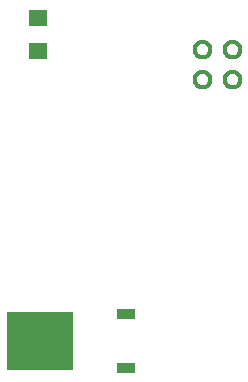
<source format=gtp>
G75*
%MOIN*%
%OFA0B0*%
%FSLAX25Y25*%
%IPPOS*%
%LPD*%
%AMOC8*
5,1,8,0,0,1.08239X$1,22.5*
%
%ADD10C,0.01200*%
%ADD11R,0.06469X0.05669*%
%ADD12R,0.22409X0.19260*%
%ADD13R,0.05899X0.03537*%
D10*
X0159880Y0162500D02*
X0159882Y0162601D01*
X0159888Y0162703D01*
X0159898Y0162804D01*
X0159912Y0162904D01*
X0159929Y0163004D01*
X0159951Y0163103D01*
X0159976Y0163201D01*
X0160006Y0163299D01*
X0160039Y0163395D01*
X0160075Y0163489D01*
X0160116Y0163582D01*
X0160160Y0163674D01*
X0160207Y0163763D01*
X0160259Y0163851D01*
X0160313Y0163937D01*
X0160371Y0164020D01*
X0160432Y0164101D01*
X0160496Y0164180D01*
X0160563Y0164256D01*
X0160633Y0164329D01*
X0160705Y0164400D01*
X0160781Y0164468D01*
X0160859Y0164533D01*
X0160939Y0164594D01*
X0161022Y0164653D01*
X0161107Y0164708D01*
X0161195Y0164760D01*
X0161284Y0164809D01*
X0161375Y0164853D01*
X0161467Y0164895D01*
X0161562Y0164932D01*
X0161657Y0164966D01*
X0161754Y0164997D01*
X0161852Y0165023D01*
X0161951Y0165046D01*
X0162051Y0165064D01*
X0162151Y0165079D01*
X0162252Y0165090D01*
X0162353Y0165097D01*
X0162455Y0165100D01*
X0162556Y0165099D01*
X0162657Y0165094D01*
X0162759Y0165085D01*
X0162859Y0165072D01*
X0162959Y0165055D01*
X0163059Y0165035D01*
X0163157Y0165010D01*
X0163254Y0164982D01*
X0163351Y0164950D01*
X0163446Y0164914D01*
X0163539Y0164875D01*
X0163631Y0164831D01*
X0163721Y0164785D01*
X0163809Y0164735D01*
X0163895Y0164681D01*
X0163979Y0164624D01*
X0164061Y0164564D01*
X0164140Y0164501D01*
X0164217Y0164434D01*
X0164291Y0164365D01*
X0164363Y0164293D01*
X0164431Y0164218D01*
X0164497Y0164141D01*
X0164559Y0164061D01*
X0164619Y0163979D01*
X0164675Y0163894D01*
X0164727Y0163807D01*
X0164777Y0163719D01*
X0164823Y0163628D01*
X0164865Y0163536D01*
X0164903Y0163442D01*
X0164938Y0163347D01*
X0164969Y0163250D01*
X0164997Y0163152D01*
X0165020Y0163054D01*
X0165040Y0162954D01*
X0165056Y0162854D01*
X0165068Y0162753D01*
X0165076Y0162652D01*
X0165080Y0162551D01*
X0165080Y0162449D01*
X0165076Y0162348D01*
X0165068Y0162247D01*
X0165056Y0162146D01*
X0165040Y0162046D01*
X0165020Y0161946D01*
X0164997Y0161848D01*
X0164969Y0161750D01*
X0164938Y0161653D01*
X0164903Y0161558D01*
X0164865Y0161464D01*
X0164823Y0161372D01*
X0164777Y0161281D01*
X0164727Y0161193D01*
X0164675Y0161106D01*
X0164619Y0161021D01*
X0164559Y0160939D01*
X0164497Y0160859D01*
X0164431Y0160782D01*
X0164363Y0160707D01*
X0164291Y0160635D01*
X0164217Y0160566D01*
X0164140Y0160499D01*
X0164061Y0160436D01*
X0163979Y0160376D01*
X0163895Y0160319D01*
X0163809Y0160265D01*
X0163721Y0160215D01*
X0163631Y0160169D01*
X0163539Y0160125D01*
X0163446Y0160086D01*
X0163351Y0160050D01*
X0163254Y0160018D01*
X0163157Y0159990D01*
X0163059Y0159965D01*
X0162959Y0159945D01*
X0162859Y0159928D01*
X0162759Y0159915D01*
X0162657Y0159906D01*
X0162556Y0159901D01*
X0162455Y0159900D01*
X0162353Y0159903D01*
X0162252Y0159910D01*
X0162151Y0159921D01*
X0162051Y0159936D01*
X0161951Y0159954D01*
X0161852Y0159977D01*
X0161754Y0160003D01*
X0161657Y0160034D01*
X0161562Y0160068D01*
X0161467Y0160105D01*
X0161375Y0160147D01*
X0161284Y0160191D01*
X0161195Y0160240D01*
X0161107Y0160292D01*
X0161022Y0160347D01*
X0160939Y0160406D01*
X0160859Y0160467D01*
X0160781Y0160532D01*
X0160705Y0160600D01*
X0160633Y0160671D01*
X0160563Y0160744D01*
X0160496Y0160820D01*
X0160432Y0160899D01*
X0160371Y0160980D01*
X0160313Y0161063D01*
X0160259Y0161149D01*
X0160207Y0161237D01*
X0160160Y0161326D01*
X0160116Y0161418D01*
X0160075Y0161511D01*
X0160039Y0161605D01*
X0160006Y0161701D01*
X0159976Y0161799D01*
X0159951Y0161897D01*
X0159929Y0161996D01*
X0159912Y0162096D01*
X0159898Y0162196D01*
X0159888Y0162297D01*
X0159882Y0162399D01*
X0159880Y0162500D01*
X0169873Y0162500D02*
X0169875Y0162602D01*
X0169881Y0162703D01*
X0169891Y0162805D01*
X0169905Y0162905D01*
X0169922Y0163005D01*
X0169944Y0163105D01*
X0169970Y0163203D01*
X0169999Y0163301D01*
X0170032Y0163397D01*
X0170069Y0163492D01*
X0170110Y0163585D01*
X0170154Y0163677D01*
X0170201Y0163767D01*
X0170253Y0163855D01*
X0170307Y0163940D01*
X0170365Y0164024D01*
X0170426Y0164105D01*
X0170490Y0164184D01*
X0170557Y0164261D01*
X0170628Y0164334D01*
X0170701Y0164405D01*
X0170776Y0164473D01*
X0170855Y0164538D01*
X0170935Y0164600D01*
X0171018Y0164659D01*
X0171104Y0164714D01*
X0171191Y0164766D01*
X0171281Y0164815D01*
X0171372Y0164860D01*
X0171465Y0164901D01*
X0171559Y0164939D01*
X0171655Y0164973D01*
X0171752Y0165003D01*
X0171850Y0165030D01*
X0171950Y0165052D01*
X0172050Y0165071D01*
X0172150Y0165086D01*
X0172251Y0165097D01*
X0172353Y0165104D01*
X0172455Y0165107D01*
X0172556Y0165106D01*
X0172658Y0165101D01*
X0172759Y0165092D01*
X0172860Y0165079D01*
X0172961Y0165062D01*
X0173060Y0165042D01*
X0173159Y0165017D01*
X0173257Y0164989D01*
X0173353Y0164956D01*
X0173448Y0164921D01*
X0173542Y0164881D01*
X0173634Y0164838D01*
X0173724Y0164791D01*
X0173813Y0164741D01*
X0173899Y0164687D01*
X0173983Y0164630D01*
X0174065Y0164570D01*
X0174145Y0164506D01*
X0174222Y0164440D01*
X0174296Y0164370D01*
X0174368Y0164298D01*
X0174437Y0164223D01*
X0174502Y0164145D01*
X0174565Y0164065D01*
X0174624Y0163983D01*
X0174681Y0163898D01*
X0174733Y0163811D01*
X0174783Y0163722D01*
X0174829Y0163631D01*
X0174871Y0163539D01*
X0174910Y0163445D01*
X0174945Y0163349D01*
X0174976Y0163252D01*
X0175004Y0163154D01*
X0175027Y0163055D01*
X0175047Y0162955D01*
X0175063Y0162855D01*
X0175075Y0162754D01*
X0175083Y0162653D01*
X0175087Y0162551D01*
X0175087Y0162449D01*
X0175083Y0162347D01*
X0175075Y0162246D01*
X0175063Y0162145D01*
X0175047Y0162045D01*
X0175027Y0161945D01*
X0175004Y0161846D01*
X0174976Y0161748D01*
X0174945Y0161651D01*
X0174910Y0161555D01*
X0174871Y0161461D01*
X0174829Y0161369D01*
X0174783Y0161278D01*
X0174733Y0161189D01*
X0174681Y0161102D01*
X0174624Y0161017D01*
X0174565Y0160935D01*
X0174502Y0160855D01*
X0174437Y0160777D01*
X0174368Y0160702D01*
X0174296Y0160630D01*
X0174222Y0160560D01*
X0174145Y0160494D01*
X0174065Y0160430D01*
X0173983Y0160370D01*
X0173899Y0160313D01*
X0173813Y0160259D01*
X0173724Y0160209D01*
X0173634Y0160162D01*
X0173542Y0160119D01*
X0173448Y0160079D01*
X0173353Y0160044D01*
X0173257Y0160011D01*
X0173159Y0159983D01*
X0173060Y0159958D01*
X0172961Y0159938D01*
X0172860Y0159921D01*
X0172759Y0159908D01*
X0172658Y0159899D01*
X0172556Y0159894D01*
X0172455Y0159893D01*
X0172353Y0159896D01*
X0172251Y0159903D01*
X0172150Y0159914D01*
X0172050Y0159929D01*
X0171950Y0159948D01*
X0171850Y0159970D01*
X0171752Y0159997D01*
X0171655Y0160027D01*
X0171559Y0160061D01*
X0171465Y0160099D01*
X0171372Y0160140D01*
X0171281Y0160185D01*
X0171191Y0160234D01*
X0171104Y0160286D01*
X0171018Y0160341D01*
X0170935Y0160400D01*
X0170855Y0160462D01*
X0170776Y0160527D01*
X0170701Y0160595D01*
X0170628Y0160666D01*
X0170557Y0160739D01*
X0170490Y0160816D01*
X0170426Y0160895D01*
X0170365Y0160976D01*
X0170307Y0161060D01*
X0170253Y0161145D01*
X0170201Y0161233D01*
X0170154Y0161323D01*
X0170110Y0161415D01*
X0170069Y0161508D01*
X0170032Y0161603D01*
X0169999Y0161699D01*
X0169970Y0161797D01*
X0169944Y0161895D01*
X0169922Y0161995D01*
X0169905Y0162095D01*
X0169891Y0162195D01*
X0169881Y0162297D01*
X0169875Y0162398D01*
X0169873Y0162500D01*
X0169873Y0172500D02*
X0169875Y0172602D01*
X0169881Y0172703D01*
X0169891Y0172805D01*
X0169905Y0172905D01*
X0169922Y0173005D01*
X0169944Y0173105D01*
X0169970Y0173203D01*
X0169999Y0173301D01*
X0170032Y0173397D01*
X0170069Y0173492D01*
X0170110Y0173585D01*
X0170154Y0173677D01*
X0170201Y0173767D01*
X0170253Y0173855D01*
X0170307Y0173940D01*
X0170365Y0174024D01*
X0170426Y0174105D01*
X0170490Y0174184D01*
X0170557Y0174261D01*
X0170628Y0174334D01*
X0170701Y0174405D01*
X0170776Y0174473D01*
X0170855Y0174538D01*
X0170935Y0174600D01*
X0171018Y0174659D01*
X0171104Y0174714D01*
X0171191Y0174766D01*
X0171281Y0174815D01*
X0171372Y0174860D01*
X0171465Y0174901D01*
X0171559Y0174939D01*
X0171655Y0174973D01*
X0171752Y0175003D01*
X0171850Y0175030D01*
X0171950Y0175052D01*
X0172050Y0175071D01*
X0172150Y0175086D01*
X0172251Y0175097D01*
X0172353Y0175104D01*
X0172455Y0175107D01*
X0172556Y0175106D01*
X0172658Y0175101D01*
X0172759Y0175092D01*
X0172860Y0175079D01*
X0172961Y0175062D01*
X0173060Y0175042D01*
X0173159Y0175017D01*
X0173257Y0174989D01*
X0173353Y0174956D01*
X0173448Y0174921D01*
X0173542Y0174881D01*
X0173634Y0174838D01*
X0173724Y0174791D01*
X0173813Y0174741D01*
X0173899Y0174687D01*
X0173983Y0174630D01*
X0174065Y0174570D01*
X0174145Y0174506D01*
X0174222Y0174440D01*
X0174296Y0174370D01*
X0174368Y0174298D01*
X0174437Y0174223D01*
X0174502Y0174145D01*
X0174565Y0174065D01*
X0174624Y0173983D01*
X0174681Y0173898D01*
X0174733Y0173811D01*
X0174783Y0173722D01*
X0174829Y0173631D01*
X0174871Y0173539D01*
X0174910Y0173445D01*
X0174945Y0173349D01*
X0174976Y0173252D01*
X0175004Y0173154D01*
X0175027Y0173055D01*
X0175047Y0172955D01*
X0175063Y0172855D01*
X0175075Y0172754D01*
X0175083Y0172653D01*
X0175087Y0172551D01*
X0175087Y0172449D01*
X0175083Y0172347D01*
X0175075Y0172246D01*
X0175063Y0172145D01*
X0175047Y0172045D01*
X0175027Y0171945D01*
X0175004Y0171846D01*
X0174976Y0171748D01*
X0174945Y0171651D01*
X0174910Y0171555D01*
X0174871Y0171461D01*
X0174829Y0171369D01*
X0174783Y0171278D01*
X0174733Y0171189D01*
X0174681Y0171102D01*
X0174624Y0171017D01*
X0174565Y0170935D01*
X0174502Y0170855D01*
X0174437Y0170777D01*
X0174368Y0170702D01*
X0174296Y0170630D01*
X0174222Y0170560D01*
X0174145Y0170494D01*
X0174065Y0170430D01*
X0173983Y0170370D01*
X0173899Y0170313D01*
X0173813Y0170259D01*
X0173724Y0170209D01*
X0173634Y0170162D01*
X0173542Y0170119D01*
X0173448Y0170079D01*
X0173353Y0170044D01*
X0173257Y0170011D01*
X0173159Y0169983D01*
X0173060Y0169958D01*
X0172961Y0169938D01*
X0172860Y0169921D01*
X0172759Y0169908D01*
X0172658Y0169899D01*
X0172556Y0169894D01*
X0172455Y0169893D01*
X0172353Y0169896D01*
X0172251Y0169903D01*
X0172150Y0169914D01*
X0172050Y0169929D01*
X0171950Y0169948D01*
X0171850Y0169970D01*
X0171752Y0169997D01*
X0171655Y0170027D01*
X0171559Y0170061D01*
X0171465Y0170099D01*
X0171372Y0170140D01*
X0171281Y0170185D01*
X0171191Y0170234D01*
X0171104Y0170286D01*
X0171018Y0170341D01*
X0170935Y0170400D01*
X0170855Y0170462D01*
X0170776Y0170527D01*
X0170701Y0170595D01*
X0170628Y0170666D01*
X0170557Y0170739D01*
X0170490Y0170816D01*
X0170426Y0170895D01*
X0170365Y0170976D01*
X0170307Y0171060D01*
X0170253Y0171145D01*
X0170201Y0171233D01*
X0170154Y0171323D01*
X0170110Y0171415D01*
X0170069Y0171508D01*
X0170032Y0171603D01*
X0169999Y0171699D01*
X0169970Y0171797D01*
X0169944Y0171895D01*
X0169922Y0171995D01*
X0169905Y0172095D01*
X0169891Y0172195D01*
X0169881Y0172297D01*
X0169875Y0172398D01*
X0169873Y0172500D01*
X0159880Y0172500D02*
X0159882Y0172601D01*
X0159888Y0172703D01*
X0159898Y0172804D01*
X0159912Y0172904D01*
X0159929Y0173004D01*
X0159951Y0173103D01*
X0159976Y0173201D01*
X0160006Y0173299D01*
X0160039Y0173395D01*
X0160075Y0173489D01*
X0160116Y0173582D01*
X0160160Y0173674D01*
X0160207Y0173763D01*
X0160259Y0173851D01*
X0160313Y0173937D01*
X0160371Y0174020D01*
X0160432Y0174101D01*
X0160496Y0174180D01*
X0160563Y0174256D01*
X0160633Y0174329D01*
X0160705Y0174400D01*
X0160781Y0174468D01*
X0160859Y0174533D01*
X0160939Y0174594D01*
X0161022Y0174653D01*
X0161107Y0174708D01*
X0161195Y0174760D01*
X0161284Y0174809D01*
X0161375Y0174853D01*
X0161467Y0174895D01*
X0161562Y0174932D01*
X0161657Y0174966D01*
X0161754Y0174997D01*
X0161852Y0175023D01*
X0161951Y0175046D01*
X0162051Y0175064D01*
X0162151Y0175079D01*
X0162252Y0175090D01*
X0162353Y0175097D01*
X0162455Y0175100D01*
X0162556Y0175099D01*
X0162657Y0175094D01*
X0162759Y0175085D01*
X0162859Y0175072D01*
X0162959Y0175055D01*
X0163059Y0175035D01*
X0163157Y0175010D01*
X0163254Y0174982D01*
X0163351Y0174950D01*
X0163446Y0174914D01*
X0163539Y0174875D01*
X0163631Y0174831D01*
X0163721Y0174785D01*
X0163809Y0174735D01*
X0163895Y0174681D01*
X0163979Y0174624D01*
X0164061Y0174564D01*
X0164140Y0174501D01*
X0164217Y0174434D01*
X0164291Y0174365D01*
X0164363Y0174293D01*
X0164431Y0174218D01*
X0164497Y0174141D01*
X0164559Y0174061D01*
X0164619Y0173979D01*
X0164675Y0173894D01*
X0164727Y0173807D01*
X0164777Y0173719D01*
X0164823Y0173628D01*
X0164865Y0173536D01*
X0164903Y0173442D01*
X0164938Y0173347D01*
X0164969Y0173250D01*
X0164997Y0173152D01*
X0165020Y0173054D01*
X0165040Y0172954D01*
X0165056Y0172854D01*
X0165068Y0172753D01*
X0165076Y0172652D01*
X0165080Y0172551D01*
X0165080Y0172449D01*
X0165076Y0172348D01*
X0165068Y0172247D01*
X0165056Y0172146D01*
X0165040Y0172046D01*
X0165020Y0171946D01*
X0164997Y0171848D01*
X0164969Y0171750D01*
X0164938Y0171653D01*
X0164903Y0171558D01*
X0164865Y0171464D01*
X0164823Y0171372D01*
X0164777Y0171281D01*
X0164727Y0171193D01*
X0164675Y0171106D01*
X0164619Y0171021D01*
X0164559Y0170939D01*
X0164497Y0170859D01*
X0164431Y0170782D01*
X0164363Y0170707D01*
X0164291Y0170635D01*
X0164217Y0170566D01*
X0164140Y0170499D01*
X0164061Y0170436D01*
X0163979Y0170376D01*
X0163895Y0170319D01*
X0163809Y0170265D01*
X0163721Y0170215D01*
X0163631Y0170169D01*
X0163539Y0170125D01*
X0163446Y0170086D01*
X0163351Y0170050D01*
X0163254Y0170018D01*
X0163157Y0169990D01*
X0163059Y0169965D01*
X0162959Y0169945D01*
X0162859Y0169928D01*
X0162759Y0169915D01*
X0162657Y0169906D01*
X0162556Y0169901D01*
X0162455Y0169900D01*
X0162353Y0169903D01*
X0162252Y0169910D01*
X0162151Y0169921D01*
X0162051Y0169936D01*
X0161951Y0169954D01*
X0161852Y0169977D01*
X0161754Y0170003D01*
X0161657Y0170034D01*
X0161562Y0170068D01*
X0161467Y0170105D01*
X0161375Y0170147D01*
X0161284Y0170191D01*
X0161195Y0170240D01*
X0161107Y0170292D01*
X0161022Y0170347D01*
X0160939Y0170406D01*
X0160859Y0170467D01*
X0160781Y0170532D01*
X0160705Y0170600D01*
X0160633Y0170671D01*
X0160563Y0170744D01*
X0160496Y0170820D01*
X0160432Y0170899D01*
X0160371Y0170980D01*
X0160313Y0171063D01*
X0160259Y0171149D01*
X0160207Y0171237D01*
X0160160Y0171326D01*
X0160116Y0171418D01*
X0160075Y0171511D01*
X0160039Y0171605D01*
X0160006Y0171701D01*
X0159976Y0171799D01*
X0159951Y0171897D01*
X0159929Y0171996D01*
X0159912Y0172096D01*
X0159898Y0172196D01*
X0159888Y0172297D01*
X0159882Y0172399D01*
X0159880Y0172500D01*
D11*
X0107730Y0171902D03*
X0107730Y0183098D03*
D12*
X0108138Y0075500D03*
D13*
X0136878Y0066524D03*
X0136878Y0084476D03*
M02*

</source>
